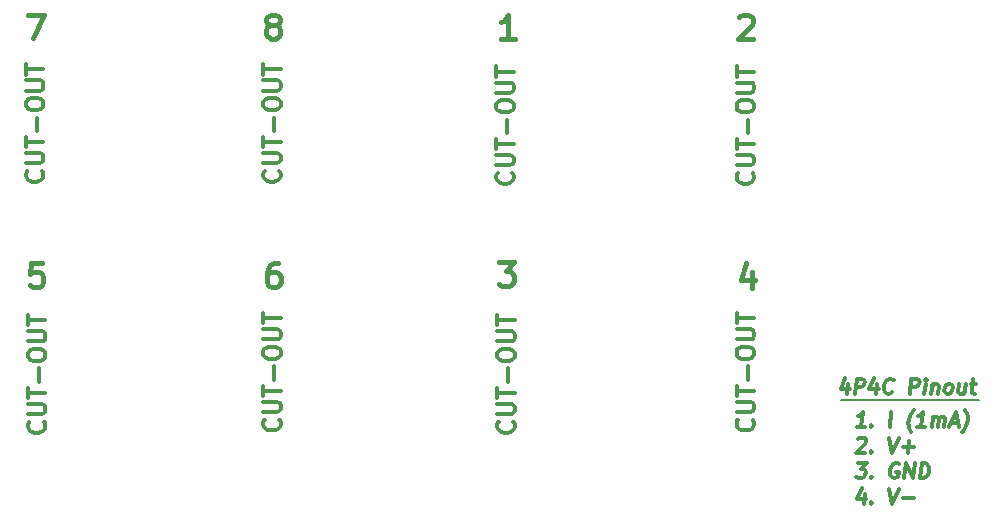
<source format=gbr>
G04 #@! TF.FileFunction,Legend,Top*
%FSLAX46Y46*%
G04 Gerber Fmt 4.6, Leading zero omitted, Abs format (unit mm)*
G04 Created by KiCad (PCBNEW 4.0.4+e1-6308~48~ubuntu15.10.1-stable) date Wed Nov  1 08:52:22 2017*
%MOMM*%
%LPD*%
G01*
G04 APERTURE LIST*
%ADD10C,0.100000*%
%ADD11C,0.300000*%
%ADD12C,0.200000*%
%ADD13C,0.450000*%
G04 APERTURE END LIST*
D10*
D11*
X207052954Y-103354486D02*
X207124383Y-103425915D01*
X207195811Y-103640201D01*
X207195811Y-103783058D01*
X207124383Y-103997343D01*
X206981526Y-104140201D01*
X206838669Y-104211629D01*
X206552954Y-104283058D01*
X206338669Y-104283058D01*
X206052954Y-104211629D01*
X205910097Y-104140201D01*
X205767240Y-103997343D01*
X205695811Y-103783058D01*
X205695811Y-103640201D01*
X205767240Y-103425915D01*
X205838669Y-103354486D01*
X205695811Y-102711629D02*
X206910097Y-102711629D01*
X207052954Y-102640201D01*
X207124383Y-102568772D01*
X207195811Y-102425915D01*
X207195811Y-102140201D01*
X207124383Y-101997343D01*
X207052954Y-101925915D01*
X206910097Y-101854486D01*
X205695811Y-101854486D01*
X205695811Y-101354486D02*
X205695811Y-100497343D01*
X207195811Y-100925914D02*
X205695811Y-100925914D01*
X206624383Y-99997343D02*
X206624383Y-98854486D01*
X205695811Y-97854486D02*
X205695811Y-97568772D01*
X205767240Y-97425914D01*
X205910097Y-97283057D01*
X206195811Y-97211629D01*
X206695811Y-97211629D01*
X206981526Y-97283057D01*
X207124383Y-97425914D01*
X207195811Y-97568772D01*
X207195811Y-97854486D01*
X207124383Y-97997343D01*
X206981526Y-98140200D01*
X206695811Y-98211629D01*
X206195811Y-98211629D01*
X205910097Y-98140200D01*
X205767240Y-97997343D01*
X205695811Y-97854486D01*
X205695811Y-96568771D02*
X206910097Y-96568771D01*
X207052954Y-96497343D01*
X207124383Y-96425914D01*
X207195811Y-96283057D01*
X207195811Y-95997343D01*
X207124383Y-95854485D01*
X207052954Y-95783057D01*
X206910097Y-95711628D01*
X205695811Y-95711628D01*
X205695811Y-95211628D02*
X205695811Y-94354485D01*
X207195811Y-94783056D02*
X205695811Y-94783056D01*
X227322154Y-103176686D02*
X227393583Y-103248115D01*
X227465011Y-103462401D01*
X227465011Y-103605258D01*
X227393583Y-103819543D01*
X227250726Y-103962401D01*
X227107869Y-104033829D01*
X226822154Y-104105258D01*
X226607869Y-104105258D01*
X226322154Y-104033829D01*
X226179297Y-103962401D01*
X226036440Y-103819543D01*
X225965011Y-103605258D01*
X225965011Y-103462401D01*
X226036440Y-103248115D01*
X226107869Y-103176686D01*
X225965011Y-102533829D02*
X227179297Y-102533829D01*
X227322154Y-102462401D01*
X227393583Y-102390972D01*
X227465011Y-102248115D01*
X227465011Y-101962401D01*
X227393583Y-101819543D01*
X227322154Y-101748115D01*
X227179297Y-101676686D01*
X225965011Y-101676686D01*
X225965011Y-101176686D02*
X225965011Y-100319543D01*
X227465011Y-100748114D02*
X225965011Y-100748114D01*
X226893583Y-99819543D02*
X226893583Y-98676686D01*
X225965011Y-97676686D02*
X225965011Y-97390972D01*
X226036440Y-97248114D01*
X226179297Y-97105257D01*
X226465011Y-97033829D01*
X226965011Y-97033829D01*
X227250726Y-97105257D01*
X227393583Y-97248114D01*
X227465011Y-97390972D01*
X227465011Y-97676686D01*
X227393583Y-97819543D01*
X227250726Y-97962400D01*
X226965011Y-98033829D01*
X226465011Y-98033829D01*
X226179297Y-97962400D01*
X226036440Y-97819543D01*
X225965011Y-97676686D01*
X225965011Y-96390971D02*
X227179297Y-96390971D01*
X227322154Y-96319543D01*
X227393583Y-96248114D01*
X227465011Y-96105257D01*
X227465011Y-95819543D01*
X227393583Y-95676685D01*
X227322154Y-95605257D01*
X227179297Y-95533828D01*
X225965011Y-95533828D01*
X225965011Y-95033828D02*
X225965011Y-94176685D01*
X227465011Y-94605256D02*
X225965011Y-94605256D01*
X227322154Y-82287726D02*
X227393583Y-82359155D01*
X227465011Y-82573441D01*
X227465011Y-82716298D01*
X227393583Y-82930583D01*
X227250726Y-83073441D01*
X227107869Y-83144869D01*
X226822154Y-83216298D01*
X226607869Y-83216298D01*
X226322154Y-83144869D01*
X226179297Y-83073441D01*
X226036440Y-82930583D01*
X225965011Y-82716298D01*
X225965011Y-82573441D01*
X226036440Y-82359155D01*
X226107869Y-82287726D01*
X225965011Y-81644869D02*
X227179297Y-81644869D01*
X227322154Y-81573441D01*
X227393583Y-81502012D01*
X227465011Y-81359155D01*
X227465011Y-81073441D01*
X227393583Y-80930583D01*
X227322154Y-80859155D01*
X227179297Y-80787726D01*
X225965011Y-80787726D01*
X225965011Y-80287726D02*
X225965011Y-79430583D01*
X227465011Y-79859154D02*
X225965011Y-79859154D01*
X226893583Y-78930583D02*
X226893583Y-77787726D01*
X225965011Y-76787726D02*
X225965011Y-76502012D01*
X226036440Y-76359154D01*
X226179297Y-76216297D01*
X226465011Y-76144869D01*
X226965011Y-76144869D01*
X227250726Y-76216297D01*
X227393583Y-76359154D01*
X227465011Y-76502012D01*
X227465011Y-76787726D01*
X227393583Y-76930583D01*
X227250726Y-77073440D01*
X226965011Y-77144869D01*
X226465011Y-77144869D01*
X226179297Y-77073440D01*
X226036440Y-76930583D01*
X225965011Y-76787726D01*
X225965011Y-75502011D02*
X227179297Y-75502011D01*
X227322154Y-75430583D01*
X227393583Y-75359154D01*
X227465011Y-75216297D01*
X227465011Y-74930583D01*
X227393583Y-74787725D01*
X227322154Y-74716297D01*
X227179297Y-74644868D01*
X225965011Y-74644868D01*
X225965011Y-74144868D02*
X225965011Y-73287725D01*
X227465011Y-73716296D02*
X225965011Y-73716296D01*
X206961514Y-82287726D02*
X207032943Y-82359155D01*
X207104371Y-82573441D01*
X207104371Y-82716298D01*
X207032943Y-82930583D01*
X206890086Y-83073441D01*
X206747229Y-83144869D01*
X206461514Y-83216298D01*
X206247229Y-83216298D01*
X205961514Y-83144869D01*
X205818657Y-83073441D01*
X205675800Y-82930583D01*
X205604371Y-82716298D01*
X205604371Y-82573441D01*
X205675800Y-82359155D01*
X205747229Y-82287726D01*
X205604371Y-81644869D02*
X206818657Y-81644869D01*
X206961514Y-81573441D01*
X207032943Y-81502012D01*
X207104371Y-81359155D01*
X207104371Y-81073441D01*
X207032943Y-80930583D01*
X206961514Y-80859155D01*
X206818657Y-80787726D01*
X205604371Y-80787726D01*
X205604371Y-80287726D02*
X205604371Y-79430583D01*
X207104371Y-79859154D02*
X205604371Y-79859154D01*
X206532943Y-78930583D02*
X206532943Y-77787726D01*
X205604371Y-76787726D02*
X205604371Y-76502012D01*
X205675800Y-76359154D01*
X205818657Y-76216297D01*
X206104371Y-76144869D01*
X206604371Y-76144869D01*
X206890086Y-76216297D01*
X207032943Y-76359154D01*
X207104371Y-76502012D01*
X207104371Y-76787726D01*
X207032943Y-76930583D01*
X206890086Y-77073440D01*
X206604371Y-77144869D01*
X206104371Y-77144869D01*
X205818657Y-77073440D01*
X205675800Y-76930583D01*
X205604371Y-76787726D01*
X205604371Y-75502011D02*
X206818657Y-75502011D01*
X206961514Y-75430583D01*
X207032943Y-75359154D01*
X207104371Y-75216297D01*
X207104371Y-74930583D01*
X207032943Y-74787725D01*
X206961514Y-74716297D01*
X206818657Y-74644868D01*
X205604371Y-74644868D01*
X205604371Y-74144868D02*
X205604371Y-73287725D01*
X207104371Y-73716296D02*
X205604371Y-73716296D01*
X187225714Y-103176686D02*
X187297143Y-103248115D01*
X187368571Y-103462401D01*
X187368571Y-103605258D01*
X187297143Y-103819543D01*
X187154286Y-103962401D01*
X187011429Y-104033829D01*
X186725714Y-104105258D01*
X186511429Y-104105258D01*
X186225714Y-104033829D01*
X186082857Y-103962401D01*
X185940000Y-103819543D01*
X185868571Y-103605258D01*
X185868571Y-103462401D01*
X185940000Y-103248115D01*
X186011429Y-103176686D01*
X185868571Y-102533829D02*
X187082857Y-102533829D01*
X187225714Y-102462401D01*
X187297143Y-102390972D01*
X187368571Y-102248115D01*
X187368571Y-101962401D01*
X187297143Y-101819543D01*
X187225714Y-101748115D01*
X187082857Y-101676686D01*
X185868571Y-101676686D01*
X185868571Y-101176686D02*
X185868571Y-100319543D01*
X187368571Y-100748114D02*
X185868571Y-100748114D01*
X186797143Y-99819543D02*
X186797143Y-98676686D01*
X185868571Y-97676686D02*
X185868571Y-97390972D01*
X185940000Y-97248114D01*
X186082857Y-97105257D01*
X186368571Y-97033829D01*
X186868571Y-97033829D01*
X187154286Y-97105257D01*
X187297143Y-97248114D01*
X187368571Y-97390972D01*
X187368571Y-97676686D01*
X187297143Y-97819543D01*
X187154286Y-97962400D01*
X186868571Y-98033829D01*
X186368571Y-98033829D01*
X186082857Y-97962400D01*
X185940000Y-97819543D01*
X185868571Y-97676686D01*
X185868571Y-96390971D02*
X187082857Y-96390971D01*
X187225714Y-96319543D01*
X187297143Y-96248114D01*
X187368571Y-96105257D01*
X187368571Y-95819543D01*
X187297143Y-95676685D01*
X187225714Y-95605257D01*
X187082857Y-95533828D01*
X185868571Y-95533828D01*
X185868571Y-95033828D02*
X185868571Y-94176685D01*
X187368571Y-94605256D02*
X185868571Y-94605256D01*
X167312114Y-103354486D02*
X167383543Y-103425915D01*
X167454971Y-103640201D01*
X167454971Y-103783058D01*
X167383543Y-103997343D01*
X167240686Y-104140201D01*
X167097829Y-104211629D01*
X166812114Y-104283058D01*
X166597829Y-104283058D01*
X166312114Y-104211629D01*
X166169257Y-104140201D01*
X166026400Y-103997343D01*
X165954971Y-103783058D01*
X165954971Y-103640201D01*
X166026400Y-103425915D01*
X166097829Y-103354486D01*
X165954971Y-102711629D02*
X167169257Y-102711629D01*
X167312114Y-102640201D01*
X167383543Y-102568772D01*
X167454971Y-102425915D01*
X167454971Y-102140201D01*
X167383543Y-101997343D01*
X167312114Y-101925915D01*
X167169257Y-101854486D01*
X165954971Y-101854486D01*
X165954971Y-101354486D02*
X165954971Y-100497343D01*
X167454971Y-100925914D02*
X165954971Y-100925914D01*
X166883543Y-99997343D02*
X166883543Y-98854486D01*
X165954971Y-97854486D02*
X165954971Y-97568772D01*
X166026400Y-97425914D01*
X166169257Y-97283057D01*
X166454971Y-97211629D01*
X166954971Y-97211629D01*
X167240686Y-97283057D01*
X167383543Y-97425914D01*
X167454971Y-97568772D01*
X167454971Y-97854486D01*
X167383543Y-97997343D01*
X167240686Y-98140200D01*
X166954971Y-98211629D01*
X166454971Y-98211629D01*
X166169257Y-98140200D01*
X166026400Y-97997343D01*
X165954971Y-97854486D01*
X165954971Y-96568771D02*
X167169257Y-96568771D01*
X167312114Y-96497343D01*
X167383543Y-96425914D01*
X167454971Y-96283057D01*
X167454971Y-95997343D01*
X167383543Y-95854485D01*
X167312114Y-95783057D01*
X167169257Y-95711628D01*
X165954971Y-95711628D01*
X165954971Y-95211628D02*
X165954971Y-94354485D01*
X167454971Y-94783056D02*
X165954971Y-94783056D01*
X187225714Y-82109926D02*
X187297143Y-82181355D01*
X187368571Y-82395641D01*
X187368571Y-82538498D01*
X187297143Y-82752783D01*
X187154286Y-82895641D01*
X187011429Y-82967069D01*
X186725714Y-83038498D01*
X186511429Y-83038498D01*
X186225714Y-82967069D01*
X186082857Y-82895641D01*
X185940000Y-82752783D01*
X185868571Y-82538498D01*
X185868571Y-82395641D01*
X185940000Y-82181355D01*
X186011429Y-82109926D01*
X185868571Y-81467069D02*
X187082857Y-81467069D01*
X187225714Y-81395641D01*
X187297143Y-81324212D01*
X187368571Y-81181355D01*
X187368571Y-80895641D01*
X187297143Y-80752783D01*
X187225714Y-80681355D01*
X187082857Y-80609926D01*
X185868571Y-80609926D01*
X185868571Y-80109926D02*
X185868571Y-79252783D01*
X187368571Y-79681354D02*
X185868571Y-79681354D01*
X186797143Y-78752783D02*
X186797143Y-77609926D01*
X185868571Y-76609926D02*
X185868571Y-76324212D01*
X185940000Y-76181354D01*
X186082857Y-76038497D01*
X186368571Y-75967069D01*
X186868571Y-75967069D01*
X187154286Y-76038497D01*
X187297143Y-76181354D01*
X187368571Y-76324212D01*
X187368571Y-76609926D01*
X187297143Y-76752783D01*
X187154286Y-76895640D01*
X186868571Y-76967069D01*
X186368571Y-76967069D01*
X186082857Y-76895640D01*
X185940000Y-76752783D01*
X185868571Y-76609926D01*
X185868571Y-75324211D02*
X187082857Y-75324211D01*
X187225714Y-75252783D01*
X187297143Y-75181354D01*
X187368571Y-75038497D01*
X187368571Y-74752783D01*
X187297143Y-74609925D01*
X187225714Y-74538497D01*
X187082857Y-74467068D01*
X185868571Y-74467068D01*
X185868571Y-73967068D02*
X185868571Y-73109925D01*
X187368571Y-73538496D02*
X185868571Y-73538496D01*
X167134314Y-82109926D02*
X167205743Y-82181355D01*
X167277171Y-82395641D01*
X167277171Y-82538498D01*
X167205743Y-82752783D01*
X167062886Y-82895641D01*
X166920029Y-82967069D01*
X166634314Y-83038498D01*
X166420029Y-83038498D01*
X166134314Y-82967069D01*
X165991457Y-82895641D01*
X165848600Y-82752783D01*
X165777171Y-82538498D01*
X165777171Y-82395641D01*
X165848600Y-82181355D01*
X165920029Y-82109926D01*
X165777171Y-81467069D02*
X166991457Y-81467069D01*
X167134314Y-81395641D01*
X167205743Y-81324212D01*
X167277171Y-81181355D01*
X167277171Y-80895641D01*
X167205743Y-80752783D01*
X167134314Y-80681355D01*
X166991457Y-80609926D01*
X165777171Y-80609926D01*
X165777171Y-80109926D02*
X165777171Y-79252783D01*
X167277171Y-79681354D02*
X165777171Y-79681354D01*
X166705743Y-78752783D02*
X166705743Y-77609926D01*
X165777171Y-76609926D02*
X165777171Y-76324212D01*
X165848600Y-76181354D01*
X165991457Y-76038497D01*
X166277171Y-75967069D01*
X166777171Y-75967069D01*
X167062886Y-76038497D01*
X167205743Y-76181354D01*
X167277171Y-76324212D01*
X167277171Y-76609926D01*
X167205743Y-76752783D01*
X167062886Y-76895640D01*
X166777171Y-76967069D01*
X166277171Y-76967069D01*
X165991457Y-76895640D01*
X165848600Y-76752783D01*
X165777171Y-76609926D01*
X165777171Y-75324211D02*
X166991457Y-75324211D01*
X167134314Y-75252783D01*
X167205743Y-75181354D01*
X167277171Y-75038497D01*
X167277171Y-74752783D01*
X167205743Y-74609925D01*
X167134314Y-74538497D01*
X166991457Y-74467068D01*
X165777171Y-74467068D01*
X165777171Y-73967068D02*
X165777171Y-73109925D01*
X167277171Y-73538496D02*
X165777171Y-73538496D01*
D12*
X234823000Y-101508560D02*
X246466360Y-101508560D01*
D11*
X236839462Y-103795016D02*
X236125176Y-103795016D01*
X236482319Y-103795016D02*
X236638569Y-102545016D01*
X236497199Y-102723588D01*
X236363271Y-102842635D01*
X236236783Y-102902159D01*
X237390056Y-103675969D02*
X237442140Y-103735492D01*
X237375176Y-103795016D01*
X237323092Y-103735492D01*
X237390056Y-103675969D01*
X237375176Y-103795016D01*
X238922795Y-103795016D02*
X239079045Y-102545016D01*
X240768033Y-104271207D02*
X240715949Y-104211683D01*
X240619223Y-104033111D01*
X240574580Y-103914064D01*
X240537378Y-103735492D01*
X240515056Y-103437873D01*
X240544818Y-103199778D01*
X240641545Y-102902159D01*
X240723390Y-102723588D01*
X240797794Y-102604540D01*
X240939163Y-102425969D01*
X241006128Y-102366445D01*
X241958509Y-103795016D02*
X241244223Y-103795016D01*
X241601366Y-103795016D02*
X241757616Y-102545016D01*
X241616246Y-102723588D01*
X241482318Y-102842635D01*
X241355830Y-102902159D01*
X242494223Y-103795016D02*
X242598389Y-102961683D01*
X242583508Y-103080730D02*
X242650473Y-103021207D01*
X242776960Y-102961683D01*
X242955532Y-102961683D01*
X243067140Y-103021207D01*
X243111782Y-103140254D01*
X243029937Y-103795016D01*
X243111782Y-103140254D02*
X243186187Y-103021207D01*
X243312675Y-102961683D01*
X243491246Y-102961683D01*
X243602854Y-103021207D01*
X243647497Y-103140254D01*
X243565652Y-103795016D01*
X244146008Y-103437873D02*
X244741246Y-103437873D01*
X243982319Y-103795016D02*
X244555235Y-102545016D01*
X244815652Y-103795016D01*
X245053747Y-104271207D02*
X245120711Y-104211683D01*
X245262081Y-104033111D01*
X245336485Y-103914064D01*
X245418330Y-103735492D01*
X245515056Y-103437873D01*
X245544818Y-103199778D01*
X245522497Y-102902159D01*
X245485295Y-102723588D01*
X245440652Y-102604540D01*
X245343925Y-102425969D01*
X245291842Y-102366445D01*
X236266545Y-104839064D02*
X236333509Y-104779540D01*
X236459998Y-104720016D01*
X236757617Y-104720016D01*
X236869223Y-104779540D01*
X236921307Y-104839064D01*
X236965950Y-104958111D01*
X236951069Y-105077159D01*
X236869223Y-105255730D01*
X236065652Y-105970016D01*
X236839462Y-105970016D01*
X237390056Y-105850969D02*
X237442140Y-105910492D01*
X237375176Y-105970016D01*
X237323092Y-105910492D01*
X237390056Y-105850969D01*
X237375176Y-105970016D01*
X238900474Y-104720016D02*
X239160890Y-105970016D01*
X239733807Y-104720016D01*
X240053747Y-105493826D02*
X241006128Y-105493826D01*
X240470415Y-105970016D02*
X240589462Y-105017635D01*
X236221902Y-106895016D02*
X236995712Y-106895016D01*
X236519521Y-107371207D01*
X236698093Y-107371207D01*
X236809699Y-107430730D01*
X236861783Y-107490254D01*
X236906426Y-107609302D01*
X236869223Y-107906921D01*
X236794818Y-108025969D01*
X236727854Y-108085492D01*
X236601367Y-108145016D01*
X236244224Y-108145016D01*
X236132616Y-108085492D01*
X236080532Y-108025969D01*
X237390056Y-108025969D02*
X237442140Y-108085492D01*
X237375176Y-108145016D01*
X237323092Y-108085492D01*
X237390056Y-108025969D01*
X237375176Y-108145016D01*
X239726366Y-106954540D02*
X239614759Y-106895016D01*
X239436188Y-106895016D01*
X239250175Y-106954540D01*
X239116247Y-107073588D01*
X239041842Y-107192635D01*
X238952556Y-107430730D01*
X238930235Y-107609302D01*
X238959997Y-107847397D01*
X239004640Y-107966445D01*
X239108806Y-108085492D01*
X239279938Y-108145016D01*
X239398986Y-108145016D01*
X239584997Y-108085492D01*
X239651961Y-108025969D01*
X239704045Y-107609302D01*
X239465950Y-107609302D01*
X240172795Y-108145016D02*
X240329045Y-106895016D01*
X240887081Y-108145016D01*
X241043331Y-106895016D01*
X241482319Y-108145016D02*
X241638569Y-106895016D01*
X241936188Y-106895016D01*
X242107319Y-106954540D01*
X242211485Y-107073588D01*
X242256128Y-107192635D01*
X242285890Y-107430730D01*
X242263569Y-107609302D01*
X242174283Y-107847397D01*
X242099878Y-107966445D01*
X241965950Y-108085492D01*
X241779938Y-108145016D01*
X241482319Y-108145016D01*
X236824580Y-109486683D02*
X236720414Y-110320016D01*
X236586485Y-109010492D02*
X236177259Y-109903350D01*
X236951069Y-109903350D01*
X237390056Y-110200969D02*
X237442140Y-110260492D01*
X237375176Y-110320016D01*
X237323092Y-110260492D01*
X237390056Y-110200969D01*
X237375176Y-110320016D01*
X238900474Y-109070016D02*
X239160890Y-110320016D01*
X239733807Y-109070016D01*
X240053747Y-109843826D02*
X241006128Y-109843826D01*
X235425599Y-100163743D02*
X235321433Y-100997076D01*
X235187504Y-99687552D02*
X234778278Y-100580410D01*
X235552088Y-100580410D01*
X235976195Y-100997076D02*
X236132445Y-99747076D01*
X236608636Y-99747076D01*
X236720242Y-99806600D01*
X236772326Y-99866124D01*
X236816969Y-99985171D01*
X236794647Y-100163743D01*
X236720242Y-100282790D01*
X236653278Y-100342314D01*
X236526790Y-100401838D01*
X236050599Y-100401838D01*
X237866075Y-100163743D02*
X237761909Y-100997076D01*
X237627980Y-99687552D02*
X237218754Y-100580410D01*
X237992564Y-100580410D01*
X239145837Y-100878029D02*
X239078873Y-100937552D01*
X238892862Y-100997076D01*
X238773814Y-100997076D01*
X238602682Y-100937552D01*
X238498516Y-100818505D01*
X238453873Y-100699457D01*
X238424111Y-100461362D01*
X238446432Y-100282790D01*
X238535718Y-100044695D01*
X238610123Y-99925648D01*
X238744051Y-99806600D01*
X238930064Y-99747076D01*
X239049112Y-99747076D01*
X239220242Y-99806600D01*
X239272326Y-99866124D01*
X240619052Y-100997076D02*
X240775302Y-99747076D01*
X241251493Y-99747076D01*
X241363099Y-99806600D01*
X241415183Y-99866124D01*
X241459826Y-99985171D01*
X241437504Y-100163743D01*
X241363099Y-100282790D01*
X241296135Y-100342314D01*
X241169647Y-100401838D01*
X240693456Y-100401838D01*
X241869052Y-100997076D02*
X241973218Y-100163743D01*
X242025302Y-99747076D02*
X241958337Y-99806600D01*
X242010421Y-99866124D01*
X242077385Y-99806600D01*
X242025302Y-99747076D01*
X242010421Y-99866124D01*
X242568456Y-100163743D02*
X242464290Y-100997076D01*
X242553575Y-100282790D02*
X242620540Y-100223267D01*
X242747027Y-100163743D01*
X242925599Y-100163743D01*
X243037207Y-100223267D01*
X243081849Y-100342314D01*
X243000004Y-100997076D01*
X243773813Y-100997076D02*
X243662206Y-100937552D01*
X243610122Y-100878029D01*
X243565479Y-100758981D01*
X243610122Y-100401838D01*
X243684527Y-100282790D01*
X243751492Y-100223267D01*
X243877979Y-100163743D01*
X244056551Y-100163743D01*
X244168159Y-100223267D01*
X244220241Y-100282790D01*
X244264884Y-100401838D01*
X244220241Y-100758981D01*
X244145836Y-100878029D01*
X244078873Y-100937552D01*
X243952385Y-100997076D01*
X243773813Y-100997076D01*
X245366074Y-100163743D02*
X245261908Y-100997076D01*
X244830360Y-100163743D02*
X244748515Y-100818505D01*
X244793158Y-100937552D01*
X244904765Y-100997076D01*
X245083337Y-100997076D01*
X245209825Y-100937552D01*
X245276788Y-100878029D01*
X245782741Y-100163743D02*
X246258931Y-100163743D01*
X246013396Y-99747076D02*
X245879467Y-100818505D01*
X245924110Y-100937552D01*
X246035717Y-100997076D01*
X246154765Y-100997076D01*
D13*
X167166230Y-89938362D02*
X166213849Y-89938362D01*
X166118611Y-90890743D01*
X166213849Y-90795505D01*
X166404326Y-90700267D01*
X166880516Y-90700267D01*
X167070992Y-90795505D01*
X167166230Y-90890743D01*
X167261469Y-91081219D01*
X167261469Y-91557410D01*
X167166230Y-91747886D01*
X167070992Y-91843124D01*
X166880516Y-91938362D01*
X166404326Y-91938362D01*
X166213849Y-91843124D01*
X166118611Y-91747886D01*
X187162392Y-89938362D02*
X186781440Y-89938362D01*
X186590964Y-90033600D01*
X186495726Y-90128838D01*
X186305249Y-90414552D01*
X186210011Y-90795505D01*
X186210011Y-91557410D01*
X186305249Y-91747886D01*
X186400488Y-91843124D01*
X186590964Y-91938362D01*
X186971916Y-91938362D01*
X187162392Y-91843124D01*
X187257630Y-91747886D01*
X187352869Y-91557410D01*
X187352869Y-91081219D01*
X187257630Y-90890743D01*
X187162392Y-90795505D01*
X186971916Y-90700267D01*
X186590964Y-90700267D01*
X186400488Y-90795505D01*
X186305249Y-90890743D01*
X186210011Y-91081219D01*
X227253752Y-90696469D02*
X227253752Y-92029802D01*
X226777562Y-89934564D02*
X226301371Y-91363135D01*
X227539467Y-91363135D01*
X205850573Y-89852002D02*
X207088669Y-89852002D01*
X206422002Y-90613907D01*
X206707716Y-90613907D01*
X206898192Y-90709145D01*
X206993430Y-90804383D01*
X207088669Y-90994859D01*
X207088669Y-91471050D01*
X206993430Y-91661526D01*
X206898192Y-91756764D01*
X206707716Y-91852002D01*
X206136288Y-91852002D01*
X205945811Y-91756764D01*
X205850573Y-91661526D01*
X226189611Y-69112878D02*
X226284849Y-69017640D01*
X226475326Y-68922402D01*
X226951516Y-68922402D01*
X227141992Y-69017640D01*
X227237230Y-69112878D01*
X227332469Y-69303354D01*
X227332469Y-69493830D01*
X227237230Y-69779545D01*
X226094373Y-70922402D01*
X227332469Y-70922402D01*
X207190269Y-70922402D02*
X206047411Y-70922402D01*
X206618840Y-70922402D02*
X206618840Y-68922402D01*
X206428364Y-69208116D01*
X206237888Y-69398592D01*
X206047411Y-69493830D01*
X186530004Y-69784625D02*
X186339528Y-69689387D01*
X186244289Y-69594149D01*
X186149051Y-69403672D01*
X186149051Y-69308434D01*
X186244289Y-69117958D01*
X186339528Y-69022720D01*
X186530004Y-68927482D01*
X186910956Y-68927482D01*
X187101432Y-69022720D01*
X187196670Y-69117958D01*
X187291909Y-69308434D01*
X187291909Y-69403672D01*
X187196670Y-69594149D01*
X187101432Y-69689387D01*
X186910956Y-69784625D01*
X186530004Y-69784625D01*
X186339528Y-69879863D01*
X186244289Y-69975101D01*
X186149051Y-70165577D01*
X186149051Y-70546530D01*
X186244289Y-70737006D01*
X186339528Y-70832244D01*
X186530004Y-70927482D01*
X186910956Y-70927482D01*
X187101432Y-70832244D01*
X187196670Y-70737006D01*
X187291909Y-70546530D01*
X187291909Y-70165577D01*
X187196670Y-69975101D01*
X187101432Y-69879863D01*
X186910956Y-69784625D01*
X165957333Y-68907162D02*
X167290667Y-68907162D01*
X166433524Y-70907162D01*
M02*

</source>
